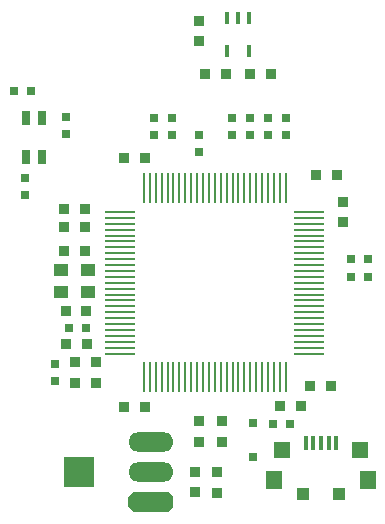
<source format=gtp>
G04*
G04 #@! TF.GenerationSoftware,Altium Limited,Altium Designer,19.0.4 (130)*
G04*
G04 Layer_Color=8421504*
%FSLAX25Y25*%
%MOIN*%
G70*
G01*
G75*
%ADD18R,0.03150X0.03150*%
%ADD19R,0.03000X0.03000*%
%ADD20R,0.01000X0.09843*%
%ADD21R,0.09843X0.01000*%
%ADD22R,0.03500X0.03800*%
%ADD23R,0.03800X0.03500*%
%ADD24R,0.03000X0.03000*%
G04:AMPARAMS|DCode=25|XSize=150mil|YSize=65mil|CornerRadius=0mil|HoleSize=0mil|Usage=FLASHONLY|Rotation=180.000|XOffset=0mil|YOffset=0mil|HoleType=Round|Shape=Octagon|*
%AMOCTAGOND25*
4,1,8,-0.07500,0.01625,-0.07500,-0.01625,-0.05875,-0.03250,0.05875,-0.03250,0.07500,-0.01625,0.07500,0.01625,0.05875,0.03250,-0.05875,0.03250,-0.07500,0.01625,0.0*
%
%ADD25OCTAGOND25*%

%ADD26O,0.15000X0.06500*%
%ADD27R,0.10000X0.10000*%
%ADD28R,0.01772X0.03937*%
%ADD29R,0.04331X0.03937*%
%ADD30R,0.05315X0.05906*%
%ADD31R,0.05512X0.05512*%
%ADD32R,0.01575X0.04724*%
%ADD33R,0.02756X0.04724*%
%ADD34R,0.05118X0.04134*%
D18*
X244000Y175600D02*
D03*
X244000Y164400D02*
D03*
D19*
X217000Y277300D02*
D03*
X216994Y271650D02*
D03*
X211000Y277300D02*
D03*
X210994Y271650D02*
D03*
X178000Y195300D02*
D03*
X177994Y189650D02*
D03*
X168000Y257300D02*
D03*
X167994Y251650D02*
D03*
X181506Y277850D02*
D03*
X181500Y272200D02*
D03*
X225994Y266150D02*
D03*
X226000Y271800D02*
D03*
X255006Y277350D02*
D03*
X255000Y271700D02*
D03*
X249006Y277350D02*
D03*
X249000Y271700D02*
D03*
X243006Y277350D02*
D03*
X243000Y271700D02*
D03*
X237006Y277350D02*
D03*
X237000Y271700D02*
D03*
D20*
X207630Y253992D02*
D03*
X209598D02*
D03*
X211567D02*
D03*
X213535D02*
D03*
X215504D02*
D03*
X217473D02*
D03*
X219441D02*
D03*
X221410D02*
D03*
X223378D02*
D03*
X225346D02*
D03*
X227315D02*
D03*
X229283D02*
D03*
X231252D02*
D03*
X233221D02*
D03*
X235189D02*
D03*
X237158D02*
D03*
X239126D02*
D03*
X241094D02*
D03*
X243063D02*
D03*
X245031D02*
D03*
X247000D02*
D03*
X248969D02*
D03*
X250937D02*
D03*
X252906D02*
D03*
X254874D02*
D03*
Y191000D02*
D03*
X252906D02*
D03*
X250937D02*
D03*
X248969D02*
D03*
X247000D02*
D03*
X245031D02*
D03*
X243063D02*
D03*
X241094D02*
D03*
X239126D02*
D03*
X237158D02*
D03*
X235189D02*
D03*
X233221D02*
D03*
X231252Y191000D02*
D03*
X229283D02*
D03*
X227315Y191000D02*
D03*
X225346D02*
D03*
X223378D02*
D03*
X221410D02*
D03*
X219441D02*
D03*
X217473D02*
D03*
X215504D02*
D03*
X213535D02*
D03*
X211567D02*
D03*
X209598D02*
D03*
X207630D02*
D03*
D21*
X262748Y246118D02*
D03*
Y244150D02*
D03*
Y242181D02*
D03*
Y240213D02*
D03*
Y238244D02*
D03*
Y236276D02*
D03*
Y234307D02*
D03*
Y232339D02*
D03*
Y230370D02*
D03*
Y228402D02*
D03*
Y226433D02*
D03*
X262748Y224465D02*
D03*
Y222496D02*
D03*
X262748Y220528D02*
D03*
Y218559D02*
D03*
Y216591D02*
D03*
Y214622D02*
D03*
Y212653D02*
D03*
Y210685D02*
D03*
Y208717D02*
D03*
Y206748D02*
D03*
Y204780D02*
D03*
Y202811D02*
D03*
Y200842D02*
D03*
Y198874D02*
D03*
X199756D02*
D03*
Y200842D02*
D03*
Y202811D02*
D03*
Y204780D02*
D03*
Y206748D02*
D03*
Y208717D02*
D03*
Y210685D02*
D03*
Y212653D02*
D03*
Y214622D02*
D03*
Y216591D02*
D03*
Y218559D02*
D03*
Y220528D02*
D03*
Y222496D02*
D03*
Y224465D02*
D03*
Y226433D02*
D03*
Y228402D02*
D03*
Y230370D02*
D03*
Y232339D02*
D03*
Y234307D02*
D03*
Y236276D02*
D03*
Y238244D02*
D03*
Y240213D02*
D03*
Y242181D02*
D03*
Y244150D02*
D03*
Y246118D02*
D03*
D22*
X233500Y169500D02*
D03*
Y176400D02*
D03*
X226000Y169500D02*
D03*
Y176400D02*
D03*
Y309900D02*
D03*
Y303000D02*
D03*
X191500Y196000D02*
D03*
Y189100D02*
D03*
X184500Y196000D02*
D03*
Y189100D02*
D03*
X224500Y152600D02*
D03*
Y159500D02*
D03*
X232000Y152500D02*
D03*
Y159400D02*
D03*
X274000Y242600D02*
D03*
Y249500D02*
D03*
D23*
X188000Y247000D02*
D03*
X181100D02*
D03*
X265000Y258500D02*
D03*
X271900D02*
D03*
X250000Y292000D02*
D03*
X243100D02*
D03*
X181000Y241000D02*
D03*
X187900D02*
D03*
X253100Y181500D02*
D03*
X260000D02*
D03*
X181600Y202000D02*
D03*
X188500D02*
D03*
X188000Y233000D02*
D03*
X181100D02*
D03*
X208000Y264000D02*
D03*
X201100D02*
D03*
X201000Y181000D02*
D03*
X207900D02*
D03*
X270000Y188000D02*
D03*
X263100D02*
D03*
X188400Y213000D02*
D03*
X181500D02*
D03*
X235000Y292000D02*
D03*
X228100D02*
D03*
D24*
X276700Y224500D02*
D03*
X282350Y224494D02*
D03*
X164200Y286500D02*
D03*
X169850Y286494D02*
D03*
X250650Y175506D02*
D03*
X256300Y175500D02*
D03*
X282350Y230494D02*
D03*
X276700Y230500D02*
D03*
X188350Y207494D02*
D03*
X182700Y207500D02*
D03*
D25*
X210000Y149500D02*
D03*
D26*
Y169500D02*
D03*
Y159500D02*
D03*
D27*
X186000D02*
D03*
D28*
X235260Y299681D02*
D03*
X242740D02*
D03*
X239000Y310705D02*
D03*
X242740D02*
D03*
X235260D02*
D03*
D29*
X260695Y152171D02*
D03*
X272505D02*
D03*
D30*
X250852Y156659D02*
D03*
X282348D02*
D03*
D31*
X253608Y166738D02*
D03*
X279592D02*
D03*
D32*
X261482Y169100D02*
D03*
X264041D02*
D03*
X266600D02*
D03*
X269159D02*
D03*
X271718D02*
D03*
D33*
X168244Y277496D02*
D03*
Y264504D02*
D03*
X173756D02*
D03*
Y277496D02*
D03*
D34*
X179945Y226783D02*
D03*
X189000D02*
D03*
Y219500D02*
D03*
X179945D02*
D03*
M02*

</source>
